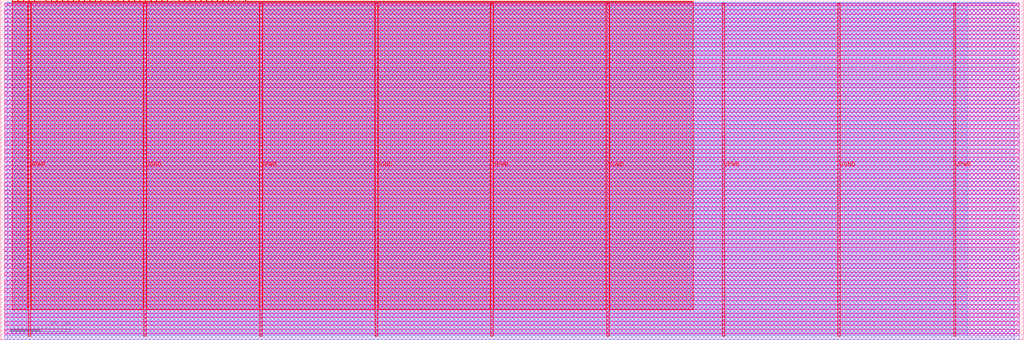
<source format=lef>
VERSION 5.7 ;
  NOWIREEXTENSIONATPIN ON ;
  DIVIDERCHAR "/" ;
  BUSBITCHARS "[]" ;
MACRO tt_um_algofoogle_raybox_zero
  CLASS BLOCK ;
  FOREIGN tt_um_algofoogle_raybox_zero ;
  ORIGIN 0.000 0.000 ;
  SIZE 678.960 BY 225.760 ;
  PIN VGND
    DIRECTION INOUT ;
    USE GROUND ;
    PORT
      LAYER met4 ;
        RECT 95.080 2.480 96.680 223.280 ;
    END
    PORT
      LAYER met4 ;
        RECT 248.680 2.480 250.280 223.280 ;
    END
    PORT
      LAYER met4 ;
        RECT 402.280 2.480 403.880 223.280 ;
    END
    PORT
      LAYER met4 ;
        RECT 555.880 2.480 557.480 223.280 ;
    END
  END VGND
  PIN VPWR
    DIRECTION INOUT ;
    USE POWER ;
    PORT
      LAYER met4 ;
        RECT 18.280 2.480 19.880 223.280 ;
    END
    PORT
      LAYER met4 ;
        RECT 171.880 2.480 173.480 223.280 ;
    END
    PORT
      LAYER met4 ;
        RECT 325.480 2.480 327.080 223.280 ;
    END
    PORT
      LAYER met4 ;
        RECT 479.080 2.480 480.680 223.280 ;
    END
    PORT
      LAYER met4 ;
        RECT 632.680 2.480 634.280 223.280 ;
    END
  END VPWR
  PIN clk
    DIRECTION INPUT ;
    USE SIGNAL ;
    ANTENNAGATEAREA 0.852000 ;
    PORT
      LAYER met4 ;
        RECT 158.550 224.760 158.850 225.760 ;
    END
  END clk
  PIN ena
    DIRECTION INPUT ;
    USE SIGNAL ;
    PORT
      LAYER met4 ;
        RECT 162.230 224.760 162.530 225.760 ;
    END
  END ena
  PIN rst_n
    DIRECTION INPUT ;
    USE SIGNAL ;
    ANTENNAGATEAREA 0.247500 ;
    PORT
      LAYER met4 ;
        RECT 154.870 224.760 155.170 225.760 ;
    END
  END rst_n
  PIN ui_in[0]
    DIRECTION INPUT ;
    USE SIGNAL ;
    ANTENNAGATEAREA 0.196500 ;
    PORT
      LAYER met4 ;
        RECT 151.190 224.760 151.490 225.760 ;
    END
  END ui_in[0]
  PIN ui_in[1]
    DIRECTION INPUT ;
    USE SIGNAL ;
    ANTENNAGATEAREA 0.196500 ;
    PORT
      LAYER met4 ;
        RECT 147.510 224.760 147.810 225.760 ;
    END
  END ui_in[1]
  PIN ui_in[2]
    DIRECTION INPUT ;
    USE SIGNAL ;
    ANTENNAGATEAREA 0.196500 ;
    PORT
      LAYER met4 ;
        RECT 143.830 224.760 144.130 225.760 ;
    END
  END ui_in[2]
  PIN ui_in[3]
    DIRECTION INPUT ;
    USE SIGNAL ;
    ANTENNAGATEAREA 0.196500 ;
    PORT
      LAYER met4 ;
        RECT 140.150 224.760 140.450 225.760 ;
    END
  END ui_in[3]
  PIN ui_in[4]
    DIRECTION INPUT ;
    USE SIGNAL ;
    PORT
      LAYER met4 ;
        RECT 136.470 224.760 136.770 225.760 ;
    END
  END ui_in[4]
  PIN ui_in[5]
    DIRECTION INPUT ;
    USE SIGNAL ;
    PORT
      LAYER met4 ;
        RECT 132.790 224.760 133.090 225.760 ;
    END
  END ui_in[5]
  PIN ui_in[6]
    DIRECTION INPUT ;
    USE SIGNAL ;
    PORT
      LAYER met4 ;
        RECT 129.110 224.760 129.410 225.760 ;
    END
  END ui_in[6]
  PIN ui_in[7]
    DIRECTION INPUT ;
    USE SIGNAL ;
    PORT
      LAYER met4 ;
        RECT 125.430 224.760 125.730 225.760 ;
    END
  END ui_in[7]
  PIN uio_in[0]
    DIRECTION INPUT ;
    USE SIGNAL ;
    PORT
      LAYER met4 ;
        RECT 121.750 224.760 122.050 225.760 ;
    END
  END uio_in[0]
  PIN uio_in[1]
    DIRECTION INPUT ;
    USE SIGNAL ;
    PORT
      LAYER met4 ;
        RECT 118.070 224.760 118.370 225.760 ;
    END
  END uio_in[1]
  PIN uio_in[2]
    DIRECTION INPUT ;
    USE SIGNAL ;
    PORT
      LAYER met4 ;
        RECT 114.390 224.760 114.690 225.760 ;
    END
  END uio_in[2]
  PIN uio_in[3]
    DIRECTION INPUT ;
    USE SIGNAL ;
    PORT
      LAYER met4 ;
        RECT 110.710 224.760 111.010 225.760 ;
    END
  END uio_in[3]
  PIN uio_in[4]
    DIRECTION INPUT ;
    USE SIGNAL ;
    PORT
      LAYER met4 ;
        RECT 107.030 224.760 107.330 225.760 ;
    END
  END uio_in[4]
  PIN uio_in[5]
    DIRECTION INPUT ;
    USE SIGNAL ;
    PORT
      LAYER met4 ;
        RECT 103.350 224.760 103.650 225.760 ;
    END
  END uio_in[5]
  PIN uio_in[6]
    DIRECTION INPUT ;
    USE SIGNAL ;
    PORT
      LAYER met4 ;
        RECT 99.670 224.760 99.970 225.760 ;
    END
  END uio_in[6]
  PIN uio_in[7]
    DIRECTION INPUT ;
    USE SIGNAL ;
    PORT
      LAYER met4 ;
        RECT 95.990 224.760 96.290 225.760 ;
    END
  END uio_in[7]
  PIN uio_oe[0]
    DIRECTION OUTPUT TRISTATE ;
    USE SIGNAL ;
    PORT
      LAYER met4 ;
        RECT 33.430 224.760 33.730 225.760 ;
    END
  END uio_oe[0]
  PIN uio_oe[1]
    DIRECTION OUTPUT TRISTATE ;
    USE SIGNAL ;
    PORT
      LAYER met4 ;
        RECT 29.750 224.760 30.050 225.760 ;
    END
  END uio_oe[1]
  PIN uio_oe[2]
    DIRECTION OUTPUT TRISTATE ;
    USE SIGNAL ;
    PORT
      LAYER met4 ;
        RECT 26.070 224.760 26.370 225.760 ;
    END
  END uio_oe[2]
  PIN uio_oe[3]
    DIRECTION OUTPUT TRISTATE ;
    USE SIGNAL ;
    PORT
      LAYER met4 ;
        RECT 22.390 224.760 22.690 225.760 ;
    END
  END uio_oe[3]
  PIN uio_oe[4]
    DIRECTION OUTPUT TRISTATE ;
    USE SIGNAL ;
    PORT
      LAYER met4 ;
        RECT 18.710 224.760 19.010 225.760 ;
    END
  END uio_oe[4]
  PIN uio_oe[5]
    DIRECTION OUTPUT TRISTATE ;
    USE SIGNAL ;
    PORT
      LAYER met4 ;
        RECT 15.030 224.760 15.330 225.760 ;
    END
  END uio_oe[5]
  PIN uio_oe[6]
    DIRECTION OUTPUT TRISTATE ;
    USE SIGNAL ;
    PORT
      LAYER met4 ;
        RECT 11.350 224.760 11.650 225.760 ;
    END
  END uio_oe[6]
  PIN uio_oe[7]
    DIRECTION OUTPUT TRISTATE ;
    USE SIGNAL ;
    PORT
      LAYER met4 ;
        RECT 7.670 224.760 7.970 225.760 ;
    END
  END uio_oe[7]
  PIN uio_out[0]
    DIRECTION OUTPUT TRISTATE ;
    USE SIGNAL ;
    PORT
      LAYER met4 ;
        RECT 62.870 224.760 63.170 225.760 ;
    END
  END uio_out[0]
  PIN uio_out[1]
    DIRECTION OUTPUT TRISTATE ;
    USE SIGNAL ;
    PORT
      LAYER met4 ;
        RECT 59.190 224.760 59.490 225.760 ;
    END
  END uio_out[1]
  PIN uio_out[2]
    DIRECTION OUTPUT TRISTATE ;
    USE SIGNAL ;
    PORT
      LAYER met4 ;
        RECT 55.510 224.760 55.810 225.760 ;
    END
  END uio_out[2]
  PIN uio_out[3]
    DIRECTION OUTPUT TRISTATE ;
    USE SIGNAL ;
    PORT
      LAYER met4 ;
        RECT 51.830 224.760 52.130 225.760 ;
    END
  END uio_out[3]
  PIN uio_out[4]
    DIRECTION OUTPUT TRISTATE ;
    USE SIGNAL ;
    PORT
      LAYER met4 ;
        RECT 48.150 224.760 48.450 225.760 ;
    END
  END uio_out[4]
  PIN uio_out[5]
    DIRECTION OUTPUT TRISTATE ;
    USE SIGNAL ;
    PORT
      LAYER met4 ;
        RECT 44.470 224.760 44.770 225.760 ;
    END
  END uio_out[5]
  PIN uio_out[6]
    DIRECTION OUTPUT TRISTATE ;
    USE SIGNAL ;
    PORT
      LAYER met4 ;
        RECT 40.790 224.760 41.090 225.760 ;
    END
  END uio_out[6]
  PIN uio_out[7]
    DIRECTION OUTPUT TRISTATE ;
    USE SIGNAL ;
    PORT
      LAYER met4 ;
        RECT 37.110 224.760 37.410 225.760 ;
    END
  END uio_out[7]
  PIN uo_out[0]
    DIRECTION OUTPUT TRISTATE ;
    USE SIGNAL ;
    ANTENNADIFFAREA 0.795200 ;
    PORT
      LAYER met4 ;
        RECT 92.310 224.760 92.610 225.760 ;
    END
  END uo_out[0]
  PIN uo_out[1]
    DIRECTION OUTPUT TRISTATE ;
    USE SIGNAL ;
    ANTENNADIFFAREA 0.795200 ;
    PORT
      LAYER met4 ;
        RECT 88.630 224.760 88.930 225.760 ;
    END
  END uo_out[1]
  PIN uo_out[2]
    DIRECTION OUTPUT TRISTATE ;
    USE SIGNAL ;
    ANTENNADIFFAREA 0.795200 ;
    PORT
      LAYER met4 ;
        RECT 84.950 224.760 85.250 225.760 ;
    END
  END uo_out[2]
  PIN uo_out[3]
    DIRECTION OUTPUT TRISTATE ;
    USE SIGNAL ;
    ANTENNADIFFAREA 0.891000 ;
    PORT
      LAYER met4 ;
        RECT 81.270 224.760 81.570 225.760 ;
    END
  END uo_out[3]
  PIN uo_out[4]
    DIRECTION OUTPUT TRISTATE ;
    USE SIGNAL ;
    ANTENNADIFFAREA 0.924000 ;
    PORT
      LAYER met4 ;
        RECT 77.590 224.760 77.890 225.760 ;
    END
  END uo_out[4]
  PIN uo_out[5]
    DIRECTION OUTPUT TRISTATE ;
    USE SIGNAL ;
    ANTENNADIFFAREA 1.288000 ;
    PORT
      LAYER met4 ;
        RECT 73.910 224.760 74.210 225.760 ;
    END
  END uo_out[5]
  PIN uo_out[6]
    DIRECTION OUTPUT TRISTATE ;
    USE SIGNAL ;
    ANTENNADIFFAREA 0.924000 ;
    PORT
      LAYER met4 ;
        RECT 70.230 224.760 70.530 225.760 ;
    END
  END uo_out[6]
  PIN uo_out[7]
    DIRECTION OUTPUT TRISTATE ;
    USE SIGNAL ;
    ANTENNADIFFAREA 1.288000 ;
    PORT
      LAYER met4 ;
        RECT 66.550 224.760 66.850 225.760 ;
    END
  END uo_out[7]
  OBS
      LAYER nwell ;
        RECT 2.570 221.625 676.390 223.230 ;
        RECT 2.570 216.185 676.390 219.015 ;
        RECT 2.570 210.745 676.390 213.575 ;
        RECT 2.570 205.305 676.390 208.135 ;
        RECT 2.570 199.865 676.390 202.695 ;
        RECT 2.570 194.425 676.390 197.255 ;
        RECT 2.570 188.985 676.390 191.815 ;
        RECT 2.570 183.545 676.390 186.375 ;
        RECT 2.570 178.105 676.390 180.935 ;
        RECT 2.570 172.665 676.390 175.495 ;
        RECT 2.570 167.225 676.390 170.055 ;
        RECT 2.570 161.785 676.390 164.615 ;
        RECT 2.570 156.345 676.390 159.175 ;
        RECT 2.570 150.905 676.390 153.735 ;
        RECT 2.570 145.465 676.390 148.295 ;
        RECT 2.570 140.025 676.390 142.855 ;
        RECT 2.570 134.585 676.390 137.415 ;
        RECT 2.570 129.145 676.390 131.975 ;
        RECT 2.570 123.705 676.390 126.535 ;
        RECT 2.570 118.265 676.390 121.095 ;
        RECT 2.570 112.825 676.390 115.655 ;
        RECT 2.570 107.385 676.390 110.215 ;
        RECT 2.570 101.945 676.390 104.775 ;
        RECT 2.570 96.505 676.390 99.335 ;
        RECT 2.570 91.065 676.390 93.895 ;
        RECT 2.570 85.625 676.390 88.455 ;
        RECT 2.570 80.185 676.390 83.015 ;
        RECT 2.570 74.745 676.390 77.575 ;
        RECT 2.570 69.305 676.390 72.135 ;
        RECT 2.570 63.865 676.390 66.695 ;
        RECT 2.570 58.425 676.390 61.255 ;
        RECT 2.570 52.985 676.390 55.815 ;
        RECT 2.570 47.545 676.390 50.375 ;
        RECT 2.570 42.105 676.390 44.935 ;
        RECT 2.570 36.665 676.390 39.495 ;
        RECT 2.570 31.225 676.390 34.055 ;
        RECT 2.570 25.785 676.390 28.615 ;
        RECT 2.570 20.345 676.390 23.175 ;
        RECT 2.570 14.905 676.390 17.735 ;
        RECT 2.570 9.465 676.390 12.295 ;
        RECT 2.570 4.025 676.390 6.855 ;
      LAYER li1 ;
        RECT 2.760 2.635 676.200 223.125 ;
      LAYER met1 ;
        RECT 2.760 0.040 676.200 223.680 ;
      LAYER met2 ;
        RECT 4.240 0.010 672.880 224.245 ;
      LAYER met3 ;
        RECT 7.630 2.555 642.095 224.225 ;
      LAYER met4 ;
        RECT 8.370 224.360 10.950 224.760 ;
        RECT 12.050 224.360 14.630 224.760 ;
        RECT 15.730 224.360 18.310 224.760 ;
        RECT 19.410 224.360 21.990 224.760 ;
        RECT 23.090 224.360 25.670 224.760 ;
        RECT 26.770 224.360 29.350 224.760 ;
        RECT 30.450 224.360 33.030 224.760 ;
        RECT 34.130 224.360 36.710 224.760 ;
        RECT 37.810 224.360 40.390 224.760 ;
        RECT 41.490 224.360 44.070 224.760 ;
        RECT 45.170 224.360 47.750 224.760 ;
        RECT 48.850 224.360 51.430 224.760 ;
        RECT 52.530 224.360 55.110 224.760 ;
        RECT 56.210 224.360 58.790 224.760 ;
        RECT 59.890 224.360 62.470 224.760 ;
        RECT 63.570 224.360 66.150 224.760 ;
        RECT 67.250 224.360 69.830 224.760 ;
        RECT 70.930 224.360 73.510 224.760 ;
        RECT 74.610 224.360 77.190 224.760 ;
        RECT 78.290 224.360 80.870 224.760 ;
        RECT 81.970 224.360 84.550 224.760 ;
        RECT 85.650 224.360 88.230 224.760 ;
        RECT 89.330 224.360 91.910 224.760 ;
        RECT 93.010 224.360 95.590 224.760 ;
        RECT 96.690 224.360 99.270 224.760 ;
        RECT 100.370 224.360 102.950 224.760 ;
        RECT 104.050 224.360 106.630 224.760 ;
        RECT 107.730 224.360 110.310 224.760 ;
        RECT 111.410 224.360 113.990 224.760 ;
        RECT 115.090 224.360 117.670 224.760 ;
        RECT 118.770 224.360 121.350 224.760 ;
        RECT 122.450 224.360 125.030 224.760 ;
        RECT 126.130 224.360 128.710 224.760 ;
        RECT 129.810 224.360 132.390 224.760 ;
        RECT 133.490 224.360 136.070 224.760 ;
        RECT 137.170 224.360 139.750 224.760 ;
        RECT 140.850 224.360 143.430 224.760 ;
        RECT 144.530 224.360 147.110 224.760 ;
        RECT 148.210 224.360 150.790 224.760 ;
        RECT 151.890 224.360 154.470 224.760 ;
        RECT 155.570 224.360 158.150 224.760 ;
        RECT 159.250 224.360 161.830 224.760 ;
        RECT 162.930 224.360 459.705 224.760 ;
        RECT 7.655 223.680 459.705 224.360 ;
        RECT 7.655 19.895 17.880 223.680 ;
        RECT 20.280 19.895 94.680 223.680 ;
        RECT 97.080 19.895 171.480 223.680 ;
        RECT 173.880 19.895 248.280 223.680 ;
        RECT 250.680 19.895 325.080 223.680 ;
        RECT 327.480 19.895 401.880 223.680 ;
        RECT 404.280 19.895 459.705 223.680 ;
  END
END tt_um_algofoogle_raybox_zero
END LIBRARY


</source>
